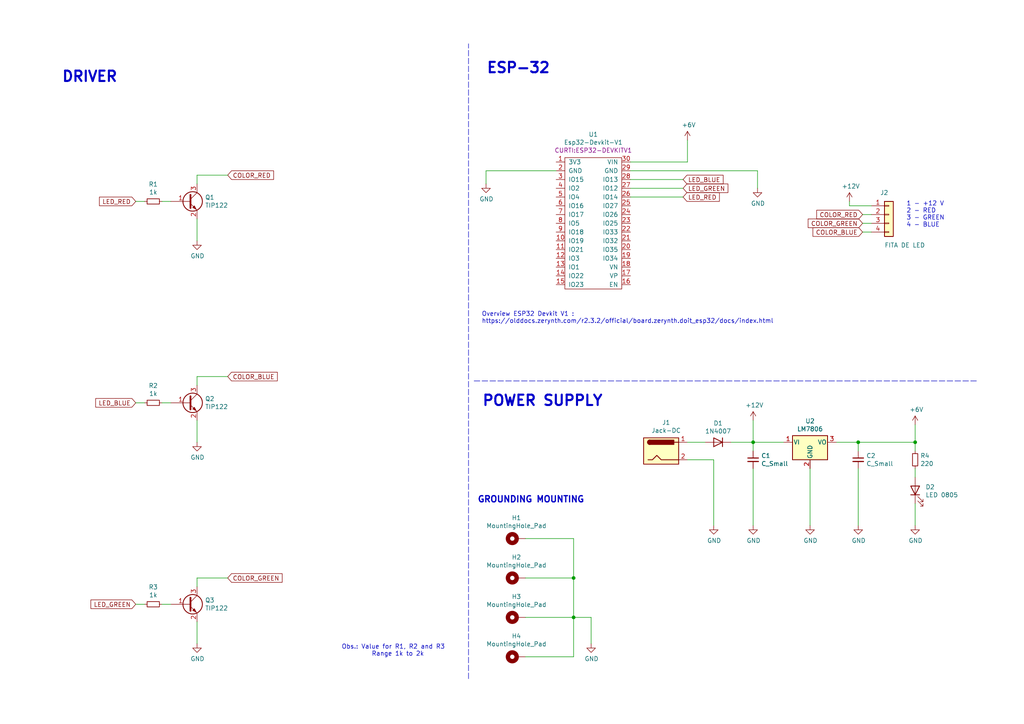
<source format=kicad_sch>
(kicad_sch (version 20211123) (generator eeschema)
  (paper "A4")
  (title_block (title "Controladora RGB Wifi") (date "2021-05-05") (rev "1.0") (comment 1 "https://github.com/VictorCurti/RGB-Control-ESP32") (comment 3 "File: \\Kicad\\RGB_Control") (comment 4 "Autor: Victor Curti"))
  (lib_symbols
    (symbol "Connector:Jack-DC" (pin_names (offset 1.016))
      (property "Reference" "J" (at 0 5.334 0))
      (property "Value" "Jack-DC" (at 0 -5.08 0))
      (symbol "Jack-DC_0_1"
        (rectangle (start -5.08 3.81) (end 5.08 -3.81) (stroke (width 0.254)) (fill (type background)))
        (arc (start -3.302 3.175) (mid -3.937 2.54) (end -3.302 1.905) (stroke (width 0.254)))
        (arc (start -3.302 3.175) (mid -3.937 2.54) (end -3.302 1.905) (stroke (width 0.254)) (fill (type outline)))
        (polyline (pts (xy 5.08 2.54) (xy 3.81 2.54)) (stroke (width 0.254)))
        (polyline (pts (xy -3.81 -2.54) (xy -2.54 -2.54) (xy -1.27 -1.27) (xy 0 -2.54) (xy 2.54 -2.54) (xy 5.08 -2.54)) (stroke (width 0.254)))
        (rectangle (start 3.683 3.175) (end -3.302 1.905) (stroke (width 0.254)) (fill (type outline)))
      )
      (symbol "Jack-DC_1_1"
        (pin passive line (at 7.62 2.54 180) (length 2.54) (name "~") (number "1"))
        (pin passive line (at 7.62 -2.54 180) (length 2.54) (name "~") (number "2"))
      )
    )
    (symbol "Connector_Generic:Conn_01x04" (pin_names (offset 1.016) hide)
      (property "Reference" "J" (at 0 5.08 0))
      (property "Value" "Conn_01x04" (at 0 -7.62 0))
      (symbol "Conn_01x04_1_1"
        (rectangle (start -1.27 -4.953) (end 0 -5.207) (stroke (width 0.1524)))
        (rectangle (start -1.27 -2.413) (end 0 -2.667) (stroke (width 0.1524)))
        (rectangle (start -1.27 0.127) (end 0 -0.127) (stroke (width 0.1524)))
        (rectangle (start -1.27 2.667) (end 0 2.413) (stroke (width 0.1524)))
        (rectangle (start -1.27 3.81) (end 1.27 -6.35) (stroke (width 0.254)) (fill (type background)))
        (pin passive line (at -5.08 2.54 0) (length 3.81) (name "Pin_1") (number "1"))
        (pin passive line (at -5.08 0 0) (length 3.81) (name "Pin_2") (number "2"))
        (pin passive line (at -5.08 -2.54 0) (length 3.81) (name "Pin_3") (number "3"))
        (pin passive line (at -5.08 -5.08 0) (length 3.81) (name "Pin_4") (number "4"))
      )
    )
    (symbol "Curti:Esp32-Devkit-V1" (pin_names (offset 1.016))
      (property "Reference" "U" (at 10.16 -3.81 0))
      (property "Value" "Curti_Esp32-Devkit-V1" (at 17.78 -1.27 0))
      (property "Footprint" "Curti:ESP32-DEVKITV1" (at 0 3.81 0))
      (symbol "Esp32-Devkit-V1_0_1"
        (rectangle (start 2.54 38.1) (end 19.05 0))
      )
      (symbol "Esp32-Devkit-V1_1_1"
        (pin input line (at 0 36.83 0) (length 2.54) (name "3V3") (number "1"))
        (pin bidirectional line (at 0 13.97 0) (length 2.54) (name "IO19") (number "10"))
        (pin bidirectional line (at 0 11.43 0) (length 2.54) (name "IO21") (number "11"))
        (pin bidirectional line (at 0 8.89 0) (length 2.54) (name "IO3") (number "12"))
        (pin bidirectional line (at 0 6.35 0) (length 2.54) (name "IO1") (number "13"))
        (pin bidirectional line (at 0 3.81 0) (length 2.54) (name "IO22") (number "14"))
        (pin bidirectional line (at 0 1.27 0) (length 2.54) (name "IO23") (number "15"))
        (pin bidirectional line (at 21.59 1.27 180) (length 2.54) (name "EN") (number "16"))
        (pin bidirectional line (at 21.59 3.81 180) (length 2.54) (name "VP") (number "17"))
        (pin bidirectional line (at 21.59 6.35 180) (length 2.54) (name "VN") (number "18"))
        (pin bidirectional line (at 21.59 8.89 180) (length 2.54) (name "IO34") (number "19"))
        (pin input line (at 0 34.29 0) (length 2.54) (name "GND") (number "2"))
        (pin bidirectional line (at 21.59 11.43 180) (length 2.54) (name "IO35") (number "20"))
        (pin bidirectional line (at 21.59 13.97 180) (length 2.54) (name "IO32") (number "21"))
        (pin bidirectional line (at 21.59 16.51 180) (length 2.54) (name "IO33") (number "22"))
        (pin bidirectional line (at 21.59 19.05 180) (length 2.54) (name "IO25") (number "23"))
        (pin bidirectional line (at 21.59 21.59 180) (length 2.54) (name "IO26") (number "24"))
        (pin bidirectional line (at 21.59 24.13 180) (length 2.54) (name "IO27") (number "25"))
        (pin bidirectional line (at 21.59 26.67 180) (length 2.54) (name "IO14") (number "26"))
        (pin bidirectional line (at 21.59 29.21 180) (length 2.54) (name "IO12") (number "27"))
        (pin bidirectional line (at 21.59 31.75 180) (length 2.54) (name "IO13") (number "28"))
        (pin input line (at 21.59 34.29 180) (length 2.54) (name "GND") (number "29"))
        (pin bidirectional line (at 0 31.75 0) (length 2.54) (name "IO15") (number "3"))
        (pin input line (at 21.59 36.83 180) (length 2.54) (name "VIN") (number "30"))
        (pin bidirectional line (at 0 29.21 0) (length 2.54) (name "IO2") (number "4"))
        (pin bidirectional line (at 0 26.67 0) (length 2.54) (name "IO4") (number "5"))
        (pin bidirectional line (at 0 24.13 0) (length 2.54) (name "IO16") (number "6"))
        (pin bidirectional line (at 0 21.59 0) (length 2.54) (name "IO17") (number "7"))
        (pin bidirectional line (at 0 19.05 0) (length 2.54) (name "IO5") (number "8"))
        (pin bidirectional line (at 0 16.51 0) (length 2.54) (name "IO18") (number "9"))
      )
    )
    (symbol "Device:C_Small" (pin_numbers hide) (pin_names (offset 0.254) hide)
      (property "Reference" "C" (at 0.254 1.778 0))
      (property "Value" "C_Small" (at 0.254 -2.032 0))
      (symbol "C_Small_0_1"
        (polyline (pts (xy -1.524 -0.508) (xy 1.524 -0.508)) (stroke (width 0.3302)))
        (polyline (pts (xy -1.524 0.508) (xy 1.524 0.508)) (stroke (width 0.3048)))
      )
      (symbol "C_Small_1_1"
        (pin passive line (at 0 2.54 270) (length 2.032) (name "~") (number "1"))
        (pin passive line (at 0 -2.54 90) (length 2.032) (name "~") (number "2"))
      )
    )
    (symbol "Device:D" (pin_numbers hide) (pin_names (offset 1.016) hide)
      (property "Reference" "D" (at 0 2.54 0))
      (property "Value" "D" (at 0 -2.54 0))
      (symbol "D_0_1"
        (polyline (pts (xy -1.27 1.27) (xy -1.27 -1.27)) (stroke (width 0.254)))
        (polyline (pts (xy 1.27 0) (xy -1.27 0)))
        (polyline (pts (xy 1.27 1.27) (xy 1.27 -1.27) (xy -1.27 0) (xy 1.27 1.27)) (stroke (width 0.254)))
      )
      (symbol "D_1_1"
        (pin passive line (at -3.81 0 0) (length 2.54) (name "K") (number "1"))
        (pin passive line (at 3.81 0 180) (length 2.54) (name "A") (number "2"))
      )
    )
    (symbol "Device:LED" (pin_numbers hide) (pin_names (offset 1.016) hide)
      (property "Reference" "D" (at 0 2.54 0))
      (property "Value" "LED" (at 0 -2.54 0))
      (symbol "LED_0_1"
        (polyline (pts (xy -1.27 -1.27) (xy -1.27 1.27)) (stroke (width 0.254)))
        (polyline (pts (xy -1.27 0) (xy 1.27 0)))
        (polyline (pts (xy 1.27 -1.27) (xy 1.27 1.27) (xy -1.27 0) (xy 1.27 -1.27)) (stroke (width 0.254)))
        (polyline (pts (xy -3.048 -0.762) (xy -4.572 -2.286) (xy -3.81 -2.286) (xy -4.572 -2.286) (xy -4.572 -1.524)))
        (polyline (pts (xy -1.778 -0.762) (xy -3.302 -2.286) (xy -2.54 -2.286) (xy -3.302 -2.286) (xy -3.302 -1.524)))
      )
      (symbol "LED_1_1"
        (pin passive line (at -3.81 0 0) (length 2.54) (name "K") (number "1"))
        (pin passive line (at 3.81 0 180) (length 2.54) (name "A") (number "2"))
      )
    )
    (symbol "Device:R_Small" (pin_numbers hide) (pin_names (offset 0.254) hide)
      (property "Reference" "R" (at 0.762 0.508 0))
      (property "Value" "R_Small" (at 0.762 -1.016 0))
      (symbol "R_Small_0_1"
        (rectangle (start -0.762 1.778) (end 0.762 -1.778) (stroke (width 0.2032)))
      )
      (symbol "R_Small_1_1"
        (pin passive line (at 0 2.54 270) (length 0.762) (name "~") (number "1"))
        (pin passive line (at 0 -2.54 90) (length 0.762) (name "~") (number "2"))
      )
    )
    (symbol "Mechanical:MountingHole_Pad" (pin_numbers hide) (pin_names (offset 1.016) hide)
      (property "Reference" "H" (at 0 6.35 0))
      (property "Value" "MountingHole_Pad" (at 0 4.445 0))
      (symbol "MountingHole_Pad_0_1"
        (circle (center 0 1.27) (radius 1.27) (stroke (width 1.27)))
      )
      (symbol "MountingHole_Pad_1_1"
        (pin input line (at 0 -2.54 90) (length 2.54) (name "1") (number "1"))
      )
    )
    (symbol "Regulator_Linear:LM7805_TO220" (pin_names (offset 0.254))
      (property "Reference" "U" (at -3.81 3.175 0))
      (property "Value" "LM7805_TO220" (at 0 3.175 0))
      (symbol "LM7805_TO220_0_1"
        (rectangle (start -5.08 1.905) (end 5.08 -5.08) (stroke (width 0.254)) (fill (type background)))
      )
      (symbol "LM7805_TO220_1_1"
        (pin power_in line (at -7.62 0 0) (length 2.54) (name "VI") (number "1"))
        (pin power_in line (at 0 -7.62 90) (length 2.54) (name "GND") (number "2"))
        (pin power_out line (at 7.62 0 180) (length 2.54) (name "VO") (number "3"))
      )
    )
    (symbol "Transistor_BJT:BC848" (pin_names (offset 0) hide)
      (property "Reference" "Q" (at 5.08 1.905 0))
      (property "Value" "BC848" (at 5.08 0 0))
      (symbol "BC848_0_1"
        (polyline (pts (xy 0.635 0.635) (xy 2.54 2.54)))
        (polyline (pts (xy 0.635 -0.635) (xy 2.54 -2.54) (xy 2.54 -2.54)))
        (polyline (pts (xy 0.635 1.905) (xy 0.635 -1.905) (xy 0.635 -1.905)) (stroke (width 0.508)))
        (polyline (pts (xy 1.27 -1.778) (xy 1.778 -1.27) (xy 2.286 -2.286) (xy 1.27 -1.778) (xy 1.27 -1.778)) (fill (type outline)))
        (circle (center 1.27 0) (radius 2.8194) (stroke (width 0.254)))
      )
      (symbol "BC848_1_1"
        (pin input line (at -5.08 0 0) (length 5.715) (name "B") (number "1"))
        (pin passive line (at 2.54 -5.08 90) (length 2.54) (name "E") (number "2"))
        (pin passive line (at 2.54 5.08 270) (length 2.54) (name "C") (number "3"))
      )
    )
    (symbol "power:+12V" (power) (pin_names (offset 0))
      (property "Value" "+12V" (at 0 3.556 0))
      (symbol "+12V_0_1"
        (polyline (pts (xy -0.762 1.27) (xy 0 2.54)))
        (polyline (pts (xy 0 0) (xy 0 2.54)))
        (polyline (pts (xy 0 2.54) (xy 0.762 1.27)))
      )
      (symbol "+12V_1_1"
        (pin power_in line (at 0 0 90) (length 0) hide (name "+12V") (number "1"))
      )
    )
    (symbol "power:+6V" (power) (pin_names (offset 0))
      (property "Value" "+6V" (at 0 3.556 0))
      (symbol "+6V_0_1"
        (polyline (pts (xy -0.762 1.27) (xy 0 2.54)))
        (polyline (pts (xy 0 0) (xy 0 2.54)))
        (polyline (pts (xy 0 2.54) (xy 0.762 1.27)))
      )
      (symbol "+6V_1_1"
        (pin power_in line (at 0 0 90) (length 0) hide (name "+6V") (number "1"))
      )
    )
    (symbol "power:GND" (power) (pin_names (offset 0))
      (property "Value" "GND" (at 0 -3.81 0))
      (symbol "GND_0_1"
        (polyline (pts (xy 0 0) (xy 0 -1.27) (xy 1.27 -1.27) (xy 0 -2.54) (xy -1.27 -1.27) (xy 0 -1.27)))
      )
      (symbol "GND_1_1"
        (pin power_in line (at 0 0 270) (length 0) hide (name "GND") (number "1"))
      )
    )
  )
  (junction (at 218.44 128.27))
  (junction (at 166.37 167.64))
  (junction (at 248.92 128.27))
  (junction (at 265.43 128.27))
  (junction (at 166.37 179.07))
  (wire (pts (xy 166.37 167.64) (xy 152.4 167.64)))
  (wire (pts (xy 198.12 52.07) (xy 182.88 52.07)))
  (wire (pts (xy 182.88 49.53) (xy 219.71 49.53)))
  (wire (pts (xy 39.37 175.26) (xy 41.91 175.26)))
  (wire (pts (xy 46.99 116.84) (xy 49.53 116.84)))
  (wire (pts (xy 207.01 133.35) (xy 199.39 133.35)))
  (wire (pts (xy 199.39 46.99) (xy 182.88 46.99)))
  (wire (pts (xy 182.88 57.15) (xy 198.12 57.15)))
  (polyline (pts (xy 135.89 196.85) (xy 135.89 12.7)))
  (wire (pts (xy 57.15 121.92) (xy 57.15 128.27)))
  (wire (pts (xy 218.44 128.27) (xy 227.33 128.27)))
  (wire (pts (xy 207.01 152.4) (xy 207.01 133.35)))
  (wire (pts (xy 39.37 58.42) (xy 41.91 58.42)))
  (wire (pts (xy 218.44 130.81) (xy 218.44 128.27)))
  (wire (pts (xy 219.71 49.53) (xy 219.71 54.61)))
  (wire (pts (xy 57.15 63.5) (xy 57.15 69.85)))
  (wire (pts (xy 57.15 186.69) (xy 57.15 180.34)))
  (wire (pts (xy 246.38 58.42) (xy 246.38 59.69)))
  (wire (pts (xy 212.09 128.27) (xy 218.44 128.27)))
  (wire (pts (xy 250.19 64.77) (xy 252.73 64.77)))
  (wire (pts (xy 265.43 130.81) (xy 265.43 128.27)))
  (wire (pts (xy 234.95 135.89) (xy 234.95 152.4)))
  (wire (pts (xy 248.92 135.89) (xy 248.92 152.4)))
  (wire (pts (xy 199.39 128.27) (xy 204.47 128.27)))
  (wire (pts (xy 166.37 179.07) (xy 152.4 179.07)))
  (wire (pts (xy 161.29 49.53) (xy 140.97 49.53)))
  (wire (pts (xy 246.38 59.69) (xy 252.73 59.69)))
  (wire (pts (xy 152.4 190.5) (xy 166.37 190.5)))
  (wire (pts (xy 49.53 58.42) (xy 46.99 58.42)))
  (wire (pts (xy 218.44 135.89) (xy 218.44 152.4)))
  (wire (pts (xy 57.15 167.64) (xy 57.15 170.18)))
  (wire (pts (xy 265.43 123.19) (xy 265.43 128.27)))
  (wire (pts (xy 250.19 67.31) (xy 252.73 67.31)))
  (wire (pts (xy 66.04 50.8) (xy 57.15 50.8)))
  (wire (pts (xy 46.99 175.26) (xy 49.53 175.26)))
  (wire (pts (xy 57.15 109.22) (xy 57.15 111.76)))
  (wire (pts (xy 250.19 62.23) (xy 252.73 62.23)))
  (wire (pts (xy 166.37 156.21) (xy 152.4 156.21)))
  (polyline (pts (xy 283.21 110.49) (xy 137.16 110.49)))
  (wire (pts (xy 198.12 54.61) (xy 182.88 54.61)))
  (wire (pts (xy 166.37 179.07) (xy 166.37 167.64)))
  (wire (pts (xy 265.43 152.4) (xy 265.43 146.05)))
  (wire (pts (xy 57.15 109.22) (xy 66.04 109.22)))
  (wire (pts (xy 199.39 40.64) (xy 199.39 46.99)))
  (wire (pts (xy 248.92 128.27) (xy 265.43 128.27)))
  (wire (pts (xy 166.37 167.64) (xy 166.37 156.21)))
  (wire (pts (xy 57.15 50.8) (xy 57.15 53.34)))
  (wire (pts (xy 57.15 167.64) (xy 66.04 167.64)))
  (wire (pts (xy 171.45 186.69) (xy 171.45 179.07)))
  (wire (pts (xy 248.92 128.27) (xy 248.92 130.81)))
  (wire (pts (xy 171.45 179.07) (xy 166.37 179.07)))
  (wire (pts (xy 218.44 121.92) (xy 218.44 128.27)))
  (wire (pts (xy 242.57 128.27) (xy 248.92 128.27)))
  (wire (pts (xy 166.37 190.5) (xy 166.37 179.07)))
  (wire (pts (xy 265.43 138.43) (xy 265.43 135.89)))
  (wire (pts (xy 140.97 49.53) (xy 140.97 53.34)))
  (wire (pts (xy 39.37 116.84) (xy 41.91 116.84)))
  (text "Overview ESP32 Devkit V1 :\nhttps://olddocs.zerynth.com/r2.3.2/official/board.zerynth.doit_esp32/docs/index.html" (at 139.7 93.98 0) (effects (font (size 1.27 1.27)) (justify left bottom)))
  (text "DRIVER" (at 17.78 24.13 0) (effects (font (size 2.9972 2.9972) (thickness 0.5994) bold) (justify left bottom)))
  (text "Obs.: Value for R1, R2 and R3\n         Range 1k to 2k" (at 99.06 190.5 0) (effects (font (size 1.27 1.27)) (justify left bottom)))
  (text "GROUNDING MOUNTING" (at 138.43 146.05 0) (effects (font (size 1.8034 1.8034) (thickness 0.3607) bold) (justify left bottom)))
  (text "ESP-32" (at 140.97 21.59 0) (effects (font (size 2.9972 2.9972) (thickness 0.5994) bold) (justify left bottom)))
  (text "POWER SUPPLY" (at 139.7 118.11 0) (effects (font (size 2.9972 2.9972) (thickness 0.5994) bold) (justify left bottom)))
  (text "1 - +12 V\n2 - RED\n3 - GREEN\n4 - BLUE" (at 262.89 66.04 0) (effects (font (size 1.27 1.27)) (justify left bottom)))
  (global_label "COLOR_RED" (shape input) (at 66.04 50.8 0) (property "Intersheet References" "${INTERSHEET_REFS}" (effects hide)))
  (global_label "COLOR_RED" (shape input) (at 250.19 62.23 180) (property "Intersheet References" "${INTERSHEET_REFS}" (effects hide)))
  (global_label "COLOR_BLUE" (shape input) (at 250.19 67.31 180) (property "Intersheet References" "${INTERSHEET_REFS}" (effects hide)))
  (global_label "LED_BLUE" (shape input) (at 39.37 116.84 180) (property "Intersheet References" "${INTERSHEET_REFS}" (effects hide)))
  (global_label "LED_BLUE" (shape input) (at 198.12 52.07 0) (property "Intersheet References" "${INTERSHEET_REFS}" (effects hide)))
  (global_label "COLOR_GREEN" (shape input) (at 66.04 167.64 0) (property "Intersheet References" "${INTERSHEET_REFS}" (effects hide)))
  (global_label "COLOR_BLUE" (shape input) (at 66.04 109.22 0) (property "Intersheet References" "${INTERSHEET_REFS}" (effects hide)))
  (global_label "LED_RED" (shape input) (at 198.12 57.15 0) (property "Intersheet References" "${INTERSHEET_REFS}" (effects hide)))
  (global_label "COLOR_GREEN" (shape input) (at 250.19 64.77 180) (property "Intersheet References" "${INTERSHEET_REFS}" (effects hide)))
  (global_label "LED_RED" (shape input) (at 39.37 58.42 180) (property "Intersheet References" "${INTERSHEET_REFS}" (effects hide)))
  (global_label "LED_GREEN" (shape input) (at 39.37 175.26 180) (property "Intersheet References" "${INTERSHEET_REFS}" (effects hide)))
  (global_label "LED_GREEN" (shape input) (at 198.12 54.61 0) (property "Intersheet References" "${INTERSHEET_REFS}" (effects hide)))
  (symbol (lib_id "Connector_Generic:Conn_01x04") (at 257.81 62.23 0) (unit 1)
    (property "Reference" "J2" (at 255.27 55.88 0) (effects (justify left)))
    (property "Value" "FITA DE LED" (at 256.54 71.12 0) (effects (justify left)))
    (property "Footprint" "Connector_PinHeader_2.54mm:PinHeader_1x04_P2.54mm_Vertical" (effects hide))
  )
  (symbol (lib_id "power:+12V") (at 246.38 58.42 0) (unit 1)
    (property "Reference" "#PWR012" (effects hide))
    (property "Value" "+12V" (at 246.761 54.0258 0))
  )
  (symbol (lib_id "power:GND") (at 219.71 54.61 0) (unit 1)
    (property "Reference" "#PWR010" (effects hide))
    (property "Value" "GND" (at 219.837 59.0042 0))
  )
  (symbol (lib_id "Device:R_Small") (at 44.45 58.42 270) (unit 1)
    (property "Reference" "R1" (at 44.45 53.4416 90))
    (property "Value" "1k" (at 44.45 55.753 90))
    (property "Footprint" "Resistor_THT:R_Axial_DIN0207_L6.3mm_D2.5mm_P7.62mm_Horizontal" (effects hide))
  )
  (symbol (lib_id "power:GND") (at 140.97 53.34 0) (unit 1)
    (property "Reference" "#PWR04" (effects hide))
    (property "Value" "GND" (at 141.097 57.7342 0))
  )
  (symbol (lib_id "power:GND") (at 57.15 69.85 0) (unit 1)
    (property "Reference" "#PWR01" (effects hide))
    (property "Value" "GND" (at 57.277 74.2442 0))
  )
  (symbol (lib_id "Device:R_Small") (at 44.45 116.84 270) (unit 1)
    (property "Reference" "R2" (at 44.45 111.8616 90))
    (property "Value" "1k" (at 44.45 114.173 90))
    (property "Footprint" "Resistor_THT:R_Axial_DIN0207_L6.3mm_D2.5mm_P7.62mm_Horizontal" (effects hide))
  )
  (symbol (lib_id "power:GND") (at 57.15 128.27 0) (unit 1)
    (property "Reference" "#PWR02" (effects hide))
    (property "Value" "GND" (at 57.277 132.6642 0))
  )
  (symbol (lib_id "Transistor_BJT:BC848") (at 54.61 58.42 0) (unit 1)
    (property "Reference" "Q1" (at 59.4614 57.2516 0) (effects (justify left)))
    (property "Value" "TIP122" (at 59.4614 59.563 0) (effects (justify left)))
    (property "Footprint" "Package_TO_SOT_THT:TO-220-3_Horizontal_TabDown" (effects hide))
    (property "Datasheet" "http://www.infineon.com/dgdl/Infineon-BC847SERIES_BC848SERIES_BC849SERIES_BC850SERIES-DS-v01_01-en.pdf?fileId=db3a304314dca389011541d4630a1657" (effects hide))
  )
  (symbol (lib_id "Transistor_BJT:BC848") (at 54.61 116.84 0) (unit 1)
    (property "Reference" "Q2" (at 59.4614 115.6716 0) (effects (justify left)))
    (property "Value" "TIP122" (at 59.4614 117.983 0) (effects (justify left)))
    (property "Footprint" "Package_TO_SOT_THT:TO-220-3_Horizontal_TabDown" (effects hide))
    (property "Datasheet" "http://www.infineon.com/dgdl/Infineon-BC847SERIES_BC848SERIES_BC849SERIES_BC850SERIES-DS-v01_01-en.pdf?fileId=db3a304314dca389011541d4630a1657" (effects hide))
  )
  (symbol (lib_id "Transistor_BJT:BC848") (at 54.61 175.26 0) (unit 1)
    (property "Reference" "Q3" (at 59.4614 174.0916 0) (effects (justify left)))
    (property "Value" "TIP122" (at 59.4614 176.403 0) (effects (justify left)))
    (property "Footprint" "Package_TO_SOT_THT:TO-220-3_Horizontal_TabDown" (effects hide))
    (property "Datasheet" "http://www.infineon.com/dgdl/Infineon-BC847SERIES_BC848SERIES_BC849SERIES_BC850SERIES-DS-v01_01-en.pdf?fileId=db3a304314dca389011541d4630a1657" (effects hide))
  )
  (symbol (lib_id "Device:R_Small") (at 44.45 175.26 270) (unit 1)
    (property "Reference" "R3" (at 44.45 170.2816 90))
    (property "Value" "1k" (at 44.45 172.593 90))
    (property "Footprint" "Resistor_THT:R_Axial_DIN0207_L6.3mm_D2.5mm_P7.62mm_Horizontal" (effects hide))
  )
  (symbol (lib_id "power:GND") (at 57.15 186.69 0) (unit 1)
    (property "Reference" "#PWR03" (effects hide))
    (property "Value" "GND" (at 57.277 191.0842 0))
  )
  (symbol (lib_id "Regulator_Linear:LM7805_TO220") (at 234.95 128.27 0) (unit 1)
    (property "Reference" "U2" (at 234.95 122.1232 0))
    (property "Value" "LM7806" (at 234.95 124.4346 0))
    (property "Footprint" "Package_TO_SOT_THT:TO-220-3_Vertical" (effects hide))
    (property "Datasheet" "https://img.filipeflop.com/files/download/Datasheet_LM78XX.pdf" (effects hide))
  )
  (symbol (lib_id "power:GND") (at 234.95 152.4 0) (unit 1)
    (property "Reference" "#PWR011" (effects hide))
    (property "Value" "GND" (at 235.077 156.7942 0))
  )
  (symbol (lib_id "power:+12V") (at 218.44 121.92 0) (unit 1)
    (property "Reference" "#PWR08" (effects hide))
    (property "Value" "+12V" (at 218.821 117.5258 0))
  )
  (symbol (lib_id "Device:C_Small") (at 218.44 133.35 0) (unit 1)
    (property "Reference" "C1" (at 220.7768 132.1816 0) (effects (justify left)))
    (property "Value" "C_Small" (at 220.7768 134.493 0) (effects (justify left)))
    (property "Footprint" "Capacitor_THT:C_Rect_L4.6mm_W2.0mm_P2.50mm_MKS02_FKP02" (effects hide))
  )
  (symbol (lib_id "Device:C_Small") (at 248.92 133.35 0) (unit 1)
    (property "Reference" "C2" (at 251.2568 132.1816 0) (effects (justify left)))
    (property "Value" "C_Small" (at 251.2568 134.493 0) (effects (justify left)))
    (property "Footprint" "Capacitor_THT:C_Rect_L4.6mm_W2.0mm_P2.50mm_MKS02_FKP02" (effects hide))
  )
  (symbol (lib_id "power:GND") (at 248.92 152.4 0) (unit 1)
    (property "Reference" "#PWR013" (effects hide))
    (property "Value" "GND" (at 249.047 156.7942 0))
  )
  (symbol (lib_id "power:GND") (at 218.44 152.4 0) (unit 1)
    (property "Reference" "#PWR09" (effects hide))
    (property "Value" "GND" (at 218.567 156.7942 0))
  )
  (symbol (lib_id "Device:D") (at 208.28 128.27 180) (unit 1)
    (property "Reference" "D1" (at 208.28 122.7582 0))
    (property "Value" "1N4007" (at 208.28 125.0696 0))
    (property "Footprint" "Diode_THT:D_A-405_P2.54mm_Vertical_AnodeUp" (effects hide))
    (property "Datasheet" "https://www.vishay.com/docs/88503/1n4001.pdf" (effects hide))
  )
  (symbol (lib_id "Connector:Jack-DC") (at 191.77 130.81 0) (unit 1)
    (property "Reference" "J1" (at 193.2178 122.555 0))
    (property "Value" "Jack-DC" (at 193.2178 124.8664 0))
    (property "Footprint" "Connector_Wire:SolderWire-0.25sqmm_1x02_P4.2mm_D0.65mm_OD1.7mm" (effects hide))
  )
  (symbol (lib_id "power:GND") (at 207.01 152.4 0) (unit 1)
    (property "Reference" "#PWR07" (effects hide))
    (property "Value" "GND" (at 207.137 156.7942 0))
  )
  (symbol (lib_id "power:+6V") (at 265.43 123.19 0) (unit 1)
    (property "Reference" "#PWR014" (effects hide))
    (property "Value" "+6V" (at 265.811 118.7958 0))
  )
  (symbol (lib_id "power:+6V") (at 199.39 40.64 0) (unit 1)
    (property "Reference" "#PWR06" (effects hide))
    (property "Value" "+6V" (at 199.771 36.2458 0))
  )
  (symbol (lib_id "Device:R_Small") (at 265.43 133.35 0) (unit 1)
    (property "Reference" "R4" (at 266.9286 132.1816 0) (effects (justify left)))
    (property "Value" "220" (at 266.9286 134.493 0) (effects (justify left)))
    (property "Footprint" "Resistor_THT:R_Axial_DIN0207_L6.3mm_D2.5mm_P2.54mm_Vertical" (effects hide))
  )
  (symbol (lib_id "Device:LED") (at 265.43 142.24 90) (unit 1)
    (property "Reference" "D2" (at 268.4272 141.2494 90) (effects (justify right)))
    (property "Value" "LED 0805" (at 268.4272 143.5608 90) (effects (justify right)))
    (property "Footprint" "LED_THT:LED_D3.0mm" (effects hide))
  )
  (symbol (lib_id "power:GND") (at 265.43 152.4 0) (unit 1)
    (property "Reference" "#PWR015" (effects hide))
    (property "Value" "GND" (at 265.557 156.7942 0))
  )
  (symbol (lib_id "Mechanical:MountingHole_Pad") (at 149.86 156.21 90) (unit 1)
    (property "Reference" "H1" (at 149.7838 150.1902 90))
    (property "Value" "MountingHole_Pad" (at 149.7838 152.5016 90))
    (property "Footprint" "MountingHole:MountingHole_2.2mm_M2_Pad_Via" (effects hide))
  )
  (symbol (lib_id "Mechanical:MountingHole_Pad") (at 149.86 167.64 90) (unit 1)
    (property "Reference" "H2" (at 149.7838 161.6202 90))
    (property "Value" "MountingHole_Pad" (at 149.7838 163.9316 90))
    (property "Footprint" "MountingHole:MountingHole_2.2mm_M2_Pad_Via" (effects hide))
  )
  (symbol (lib_id "Mechanical:MountingHole_Pad") (at 149.86 179.07 90) (unit 1)
    (property "Reference" "H3" (at 149.7838 173.0502 90))
    (property "Value" "MountingHole_Pad" (at 149.7838 175.3616 90))
    (property "Footprint" "MountingHole:MountingHole_2.2mm_M2_Pad_Via" (effects hide))
  )
  (symbol (lib_id "Mechanical:MountingHole_Pad") (at 149.86 190.5 90) (unit 1)
    (property "Reference" "H4" (at 149.7838 184.4802 90))
    (property "Value" "MountingHole_Pad" (at 149.7838 186.7916 90))
    (property "Footprint" "MountingHole:MountingHole_2.2mm_M2_Pad_Via" (effects hide))
  )
  (symbol (lib_id "power:GND") (at 171.45 186.69 0) (unit 1)
    (property "Reference" "#PWR05" (effects hide))
    (property "Value" "GND" (at 171.577 191.0842 0))
  )
  (symbol (lib_id "Curti:Esp32-Devkit-V1") (at 161.29 83.82 0) (unit 1)
    (property "Reference" "U1" (at 172.085 38.989 0))
    (property "Value" "Esp32-Devkit-V1" (at 172.085 41.3004 0))
    (property "Footprint" "CURTI:ESP32-DEVKITV1" (at 172.085 43.6118 0))
    (property "Datasheet" "https://www.espressif.com/sites/default/files/documentation/esp32-wroom-32_datasheet_en.pdf" (effects hide))
  )
)
</source>
